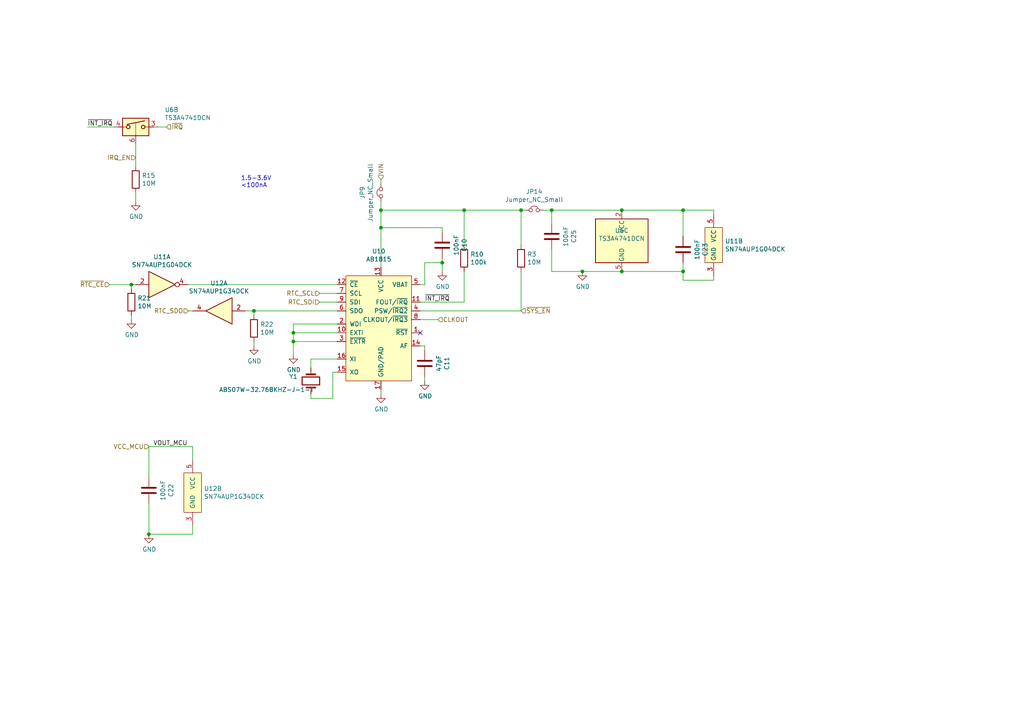
<source format=kicad_sch>
(kicad_sch (version 20211123) (generator eeschema)
  (paper "A4")
  (title_block (title "Real time clock and power management") (date "2021-11-21") (rev "4.0") (company "TU Delft"))
  (lib_symbols
    (symbol "Device:C" (pin_numbers hide) (pin_names (offset 0.254))
      (property "Reference" "C" (at 0.635 2.54 0))
      (property "Value" "C" (at 0.635 -2.54 0))
      (symbol "C_0_1"
        (polyline (pts (xy -2.032 -0.762) (xy 2.032 -0.762)) (stroke (width 0.508)))
        (polyline (pts (xy -2.032 0.762) (xy 2.032 0.762)) (stroke (width 0.508)))
      )
      (symbol "C_1_1"
        (pin passive line (at 0 3.81 270) (length 2.794) (name "~") (number "1"))
        (pin passive line (at 0 -3.81 90) (length 2.794) (name "~") (number "2"))
      )
    )
    (symbol "Device:Jumper_NC_Small" (pin_numbers hide) (pin_names (offset 0.762) hide)
      (property "Reference" "JP" (at 0 2.032 0))
      (property "Value" "Device_Jumper_NC_Small" (at 0.254 -1.524 0))
      (symbol "Jumper_NC_Small_0_1"
        (circle (center -1.016 0) (radius 0.508))
        (circle (center 1.016 0) (radius 0.508))
        (arc (start 1.016 0.762) (mid 0 1.1828) (end -1.016 0.762))
        (pin passive line (at -2.54 0 0) (length 1.016) (name "1") (number "1"))
        (pin passive line (at 2.54 0 180) (length 1.016) (name "2") (number "2"))
      )
    )
    (symbol "Device:R" (pin_numbers hide) (pin_names (offset 0))
      (property "Reference" "R" (at 2.032 0 90))
      (property "Value" "R" (at 0 0 90))
      (symbol "R_0_1"
        (rectangle (start -1.016 -2.54) (end 1.016 2.54) (stroke (width 0.254)))
      )
      (symbol "R_1_1"
        (pin passive line (at 0 3.81 270) (length 1.27) (name "~") (number "1"))
        (pin passive line (at 0 -3.81 90) (length 1.27) (name "~") (number "2"))
      )
    )
    (symbol "jaspers_lib:AB1815" (pin_names (offset 1.016))
      (property "Reference" "U" (at 5.08 16.51 0))
      (property "Value" "AB1815" (at -10.16 16.51 0))
      (symbol "AB1815_0_1"
        (rectangle (start -10.16 13.97) (end 8.89 -16.51) (fill (type background)))
      )
      (symbol "AB1815_1_1"
        (pin output line (at 11.43 -2.54 180) (length 2.54) (name "~{RST}") (number "1"))
        (pin input line (at -12.7 -2.54 0) (length 2.54) (name "EXTI") (number "10"))
        (pin output line (at 11.43 6.35 180) (length 2.54) (name "FOUT/~{IRQ}") (number "11"))
        (pin input line (at -12.7 11.43 0) (length 2.54) (name "~{CE}") (number "12"))
        (pin power_in line (at 0 16.51 270) (length 2.54) (name "VCC") (number "13"))
        (pin output line (at 11.43 -6.35 180) (length 2.54) (name "AF") (number "14"))
        (pin input line (at -12.7 -13.97 0) (length 2.54) (name "XO") (number "15"))
        (pin input line (at -12.7 -10.16 0) (length 2.54) (name "XI") (number "16"))
        (pin power_in line (at 0 -19.05 90) (length 2.54) (name "GND/PAD") (number "17"))
        (pin input line (at -12.7 0 0) (length 2.54) (name "WDI") (number "2"))
        (pin input line (at -12.7 -5.08 0) (length 2.54) (name "~{EXTR}") (number "3"))
        (pin output line (at 11.43 3.81 180) (length 2.54) (name "PSW/~{IRQ2}") (number "4"))
        (pin input line (at 11.43 11.43 180) (length 2.54) (name "VBAT") (number "5"))
        (pin input line (at -12.7 3.81 0) (length 2.54) (name "SDO") (number "6"))
        (pin input line (at -12.7 8.89 0) (length 2.54) (name "SCL") (number "7"))
        (pin output line (at 11.43 1.27 180) (length 2.54) (name "CLKOUT/~{IRQ3}") (number "8"))
        (pin input line (at -12.7 6.35 0) (length 2.54) (name "SDI") (number "9"))
      )
    )
    (symbol "jaspers_lib:ABS07-120-32.768kHz" (pin_numbers hide) (pin_names (offset 1.016) hide)
      (property "Reference" "Y" (at 0 3.81 0))
      (property "Value" "ABS07-120-32.768kHz" (at 0 -3.81 0))
      (symbol "ABS07-120-32.768kHz_0_1"
        (rectangle (start -1.143 2.54) (end 1.143 -2.54) (stroke (width 0.3048)))
        (polyline (pts (xy -2.54 0) (xy -1.905 0)))
        (polyline (pts (xy -1.905 -1.27) (xy -1.905 1.27)) (stroke (width 0.508)))
        (polyline (pts (xy 1.905 -1.27) (xy 1.905 1.27)) (stroke (width 0.508)))
        (polyline (pts (xy 2.54 0) (xy 1.905 0)))
      )
      (symbol "ABS07-120-32.768kHz_1_1"
        (pin passive line (at -3.81 0 0) (length 1.27) (name "1") (number "1"))
        (pin passive line (at 3.81 0 180) (length 1.27) (name "2") (number "2"))
      )
    )
    (symbol "jaspers_lib:SN74AUP1G04DCK"
      (property "Reference" "U" (at -5.08 6.35 0))
      (property "Value" "SN74AUP1G04DCK" (at 1.27 -5.08 0))
      (symbol "SN74AUP1G04DCK_1_0"
        (polyline (pts (xy -3.81 3.81) (xy -3.81 -3.81) (xy 3.81 0) (xy -3.81 3.81)) (stroke (width 0.254)) (fill (type background)))
        (pin input line (at -7.62 0 0) (length 3.81) (name "~") (number "2"))
        (pin output inverted (at 7.62 0 180) (length 3.81) (name "~") (number "4"))
      )
      (symbol "SN74AUP1G04DCK_2_0"
        (pin power_in line (at 0 -7.62 90) (length 3.81) (name "GND") (number "3"))
        (pin power_in line (at 0 10.16 270) (length 3.81) (name "VCC") (number "5"))
      )
      (symbol "SN74AUP1G04DCK_2_1"
        (rectangle (start -2.54 6.35) (end 2.54 -3.81) (fill (type background)))
      )
    )
    (symbol "jaspers_lib:SN74AUP1G34DCK" (pin_names (offset 1.016))
      (property "Reference" "U" (at -6.35 7.62 0))
      (property "Value" "SN74AUP1G34DCK" (at 11.43 -7.62 0))
      (symbol "SN74AUP1G34DCK_1_0"
        (polyline (pts (xy -3.81 3.81) (xy -3.81 -3.81) (xy 3.81 0) (xy -3.81 3.81)) (stroke (width 0.254)) (fill (type background)))
        (pin input line (at -7.62 0 0) (length 3.81) (name "~") (number "2"))
        (pin output line (at 7.62 0 180) (length 3.81) (name "~") (number "4"))
      )
      (symbol "SN74AUP1G34DCK_2_0"
        (pin power_in line (at 0 -10.16 90) (length 3.81) (name "GND") (number "3"))
        (pin power_in line (at 0 8.89 270) (length 3.81) (name "VCC") (number "5"))
      )
      (symbol "SN74AUP1G34DCK_2_1"
        (rectangle (start -2.54 5.08) (end 2.54 -6.35) (fill (type background)))
      )
    )
    (symbol "jaspers_lib:TS3A4741DCN" (pin_names (offset 0.254))
      (property "Reference" "U" (at -6.985 12.065 0))
      (property "Value" "TS3A4741DCN" (at -6.35 3.81 0))
      (symbol "TS3A4741DCN_1_1"
        (rectangle (start -3.81 2.54) (end 3.81 -2.54) (stroke (width 0.254)) (fill (type background)))
        (circle (center -2.159 0) (radius 0.508) (stroke (width 0.254)))
        (polyline (pts (xy -5.08 0) (xy -2.794 0)))
        (polyline (pts (xy -2.54 0.762) (xy 2.54 1.778)) (stroke (width 0.254)))
        (polyline (pts (xy 0 -2.54) (xy 0 -2.032)))
        (polyline (pts (xy 0 -1.778) (xy 0 -1.524)))
        (polyline (pts (xy 0 -1.27) (xy 0 -1.016)))
        (polyline (pts (xy 0 -0.762) (xy 0 -0.508)))
        (polyline (pts (xy 0 -0.254) (xy 0 0)))
        (polyline (pts (xy 0 0.254) (xy 0 0.508)))
        (polyline (pts (xy 0 0.762) (xy 0 1.016)))
        (polyline (pts (xy 5.08 0) (xy 2.794 0)))
        (circle (center 2.159 0) (radius 0.508) (stroke (width 0.254)))
        (pin input line (at 0 -5.08 90) (length 2.54) (name "~") (number "1"))
        (pin passive line (at -6.35 0 0) (length 2.54) (name "~") (number "7"))
        (pin passive line (at 6.35 0 180) (length 2.54) (name "~") (number "8"))
      )
      (symbol "TS3A4741DCN_2_1"
        (rectangle (start -3.81 2.54) (end 3.81 -2.54) (stroke (width 0.254)) (fill (type background)))
        (circle (center -2.159 0) (radius 0.508) (stroke (width 0.254)))
        (polyline (pts (xy -5.08 0) (xy -2.794 0)))
        (polyline (pts (xy -2.54 0.762) (xy 2.54 1.778)) (stroke (width 0.254)))
        (polyline (pts (xy 0 -2.54) (xy 0 -2.032)))
        (polyline (pts (xy 0 -1.778) (xy 0 -1.524)))
        (polyline (pts (xy 0 -1.27) (xy 0 -1.016)))
        (polyline (pts (xy 0 -0.762) (xy 0 -0.508)))
        (polyline (pts (xy 0 -0.254) (xy 0 0)))
        (polyline (pts (xy 0 0.254) (xy 0 0.508)))
        (polyline (pts (xy 0 0.762) (xy 0 1.016)))
        (polyline (pts (xy 5.08 0) (xy 2.794 0)))
        (circle (center 2.159 0) (radius 0.508) (stroke (width 0.254)))
        (pin passive line (at 6.35 0 180) (length 2.54) (name "~") (number "3"))
        (pin passive line (at -6.35 0 0) (length 2.54) (name "~") (number "4"))
        (pin input line (at 0 -5.08 90) (length 2.54) (name "~") (number "6"))
      )
      (symbol "TS3A4741DCN_3_1"
        (rectangle (start -7.62 10.16) (end 7.62 -2.54) (stroke (width 0.254)) (fill (type background)))
        (pin power_in line (at 0 12.7 270) (length 2.54) (name "VCC") (number "2"))
        (pin power_in line (at 0 -5.08 90) (length 2.54) (name "GND") (number "5"))
      )
    )
    (symbol "power:GND" (power) (pin_names (offset 0))
      (property "Value" "GND" (at 0 -3.81 0))
      (symbol "GND_0_1"
        (polyline (pts (xy 0 0) (xy 0 -1.27) (xy 1.27 -1.27) (xy 0 -2.54) (xy -1.27 -1.27) (xy 0 -1.27)))
      )
      (symbol "GND_1_1"
        (pin power_in line (at 0 0 270) (length 0) hide (name "GND") (number "1"))
      )
    )
  )
  (junction (at 134.62 60.96))
  (junction (at 198.12 78.74))
  (junction (at 128.27 76.2))
  (junction (at 85.09 96.52))
  (junction (at 43.18 154.94))
  (junction (at 38.1 82.55))
  (junction (at 110.49 66.04))
  (junction (at 168.91 78.74))
  (junction (at 85.09 99.06))
  (junction (at 73.66 90.17))
  (junction (at 110.49 60.96))
  (junction (at 180.34 60.96))
  (junction (at 160.02 60.96))
  (junction (at 151.13 60.96))
  (junction (at 180.34 78.74))
  (junction (at 198.12 60.96))
  (no_connect (at 121.92 96.52))
  (wire (pts (xy 152.4 60.96) (xy 151.13 60.96)))
  (wire (pts (xy 110.49 58.42) (xy 110.49 60.96)))
  (wire (pts (xy 43.18 146.05) (xy 43.18 154.94)))
  (wire (pts (xy 54.61 82.55) (xy 97.79 82.55)))
  (wire (pts (xy 96.52 115.57) (xy 90.17 115.57)))
  (wire (pts (xy 43.18 154.94) (xy 55.88 154.94)))
  (wire (pts (xy 97.79 87.63) (xy 92.71 87.63)))
  (wire (pts (xy 90.17 106.68) (xy 90.17 104.14)))
  (wire (pts (xy 43.18 129.54) (xy 55.88 129.54)))
  (wire (pts (xy 198.12 68.58) (xy 198.12 60.96)))
  (wire (pts (xy 90.17 115.57) (xy 90.17 114.3)))
  (wire (pts (xy 134.62 71.12) (xy 134.62 60.96)))
  (wire (pts (xy 39.37 41.91) (xy 39.37 48.26)))
  (wire (pts (xy 97.79 107.95) (xy 96.52 107.95)))
  (wire (pts (xy 123.19 76.2) (xy 123.19 82.55)))
  (wire (pts (xy 85.09 99.06) (xy 85.09 102.87)))
  (wire (pts (xy 121.92 90.17) (xy 151.13 90.17)))
  (wire (pts (xy 128.27 78.74) (xy 128.27 76.2)))
  (wire (pts (xy 134.62 78.74) (xy 134.62 87.63)))
  (wire (pts (xy 85.09 93.98) (xy 85.09 96.52)))
  (wire (pts (xy 55.88 90.17) (xy 54.61 90.17)))
  (wire (pts (xy 207.01 81.28) (xy 198.12 81.28)))
  (wire (pts (xy 123.19 100.33) (xy 123.19 101.6)))
  (wire (pts (xy 90.17 104.14) (xy 97.79 104.14)))
  (wire (pts (xy 33.02 36.83) (xy 25.4 36.83)))
  (wire (pts (xy 110.49 66.04) (xy 110.49 60.96)))
  (wire (pts (xy 121.92 87.63) (xy 134.62 87.63)))
  (wire (pts (xy 96.52 107.95) (xy 96.52 115.57)))
  (wire (pts (xy 97.79 93.98) (xy 85.09 93.98)))
  (wire (pts (xy 198.12 60.96) (xy 207.01 60.96)))
  (wire (pts (xy 168.91 78.74) (xy 160.02 78.74)))
  (wire (pts (xy 38.1 82.55) (xy 39.37 82.55)))
  (wire (pts (xy 180.34 78.74) (xy 168.91 78.74)))
  (wire (pts (xy 38.1 91.44) (xy 38.1 92.71)))
  (wire (pts (xy 123.19 109.22) (xy 123.19 110.49)))
  (wire (pts (xy 121.92 92.71) (xy 127 92.71)))
  (wire (pts (xy 110.49 52.07) (xy 110.49 53.34)))
  (wire (pts (xy 160.02 60.96) (xy 160.02 64.77)))
  (wire (pts (xy 110.49 66.04) (xy 128.27 66.04)))
  (wire (pts (xy 97.79 96.52) (xy 85.09 96.52)))
  (wire (pts (xy 121.92 100.33) (xy 123.19 100.33)))
  (wire (pts (xy 180.34 60.96) (xy 160.02 60.96)))
  (wire (pts (xy 151.13 78.74) (xy 151.13 90.17)))
  (wire (pts (xy 207.01 80.01) (xy 207.01 81.28)))
  (wire (pts (xy 97.79 85.09) (xy 92.71 85.09)))
  (wire (pts (xy 151.13 60.96) (xy 151.13 71.12)))
  (wire (pts (xy 71.12 90.17) (xy 73.66 90.17)))
  (wire (pts (xy 198.12 78.74) (xy 198.12 76.2)))
  (wire (pts (xy 110.49 60.96) (xy 134.62 60.96)))
  (wire (pts (xy 73.66 99.06) (xy 73.66 100.33)))
  (wire (pts (xy 160.02 78.74) (xy 160.02 72.39)))
  (wire (pts (xy 55.88 129.54) (xy 55.88 133.35)))
  (wire (pts (xy 134.62 60.96) (xy 151.13 60.96)))
  (wire (pts (xy 97.79 90.17) (xy 73.66 90.17)))
  (wire (pts (xy 110.49 66.04) (xy 110.49 77.47)))
  (wire (pts (xy 73.66 90.17) (xy 73.66 91.44)))
  (wire (pts (xy 180.34 78.74) (xy 198.12 78.74)))
  (wire (pts (xy 39.37 55.88) (xy 39.37 58.42)))
  (wire (pts (xy 128.27 76.2) (xy 123.19 76.2)))
  (wire (pts (xy 207.01 60.96) (xy 207.01 62.23)))
  (wire (pts (xy 45.72 36.83) (xy 48.26 36.83)))
  (wire (pts (xy 55.88 154.94) (xy 55.88 152.4)))
  (wire (pts (xy 128.27 67.31) (xy 128.27 66.04)))
  (wire (pts (xy 198.12 81.28) (xy 198.12 78.74)))
  (wire (pts (xy 128.27 76.2) (xy 128.27 74.93)))
  (wire (pts (xy 123.19 82.55) (xy 121.92 82.55)))
  (wire (pts (xy 97.79 99.06) (xy 85.09 99.06)))
  (wire (pts (xy 157.48 60.96) (xy 160.02 60.96)))
  (wire (pts (xy 85.09 96.52) (xy 85.09 99.06)))
  (wire (pts (xy 180.34 60.96) (xy 198.12 60.96)))
  (wire (pts (xy 110.49 114.3) (xy 110.49 113.03)))
  (wire (pts (xy 43.18 138.43) (xy 43.18 129.54)))
  (wire (pts (xy 38.1 83.82) (xy 38.1 82.55)))
  (wire (pts (xy 38.1 82.55) (xy 31.75 82.55)))
  (text "1.5-3.6V\n<100nA" (at 69.85 54.61 0) (effects (font (size 1.27 1.27)) (justify left bottom)))
  (label "~{INT_IRQ}" (at 123.19 87.63 0))
  (label "~{INT_IRQ}" (at 25.4 36.83 0))
  (label "VOUT_MCU" (at 44.45 129.54 0))
  (hierarchical_label "RTC_SDI" (shape input) (at 92.71 87.63 180))
  (hierarchical_label "~{RTC_CE}" (shape input) (at 31.75 82.55 180))
  (hierarchical_label "RTC_SCL" (shape input) (at 92.71 85.09 180))
  (hierarchical_label "RTC_SDO" (shape input) (at 54.61 90.17 180))
  (hierarchical_label "CLKOUT" (shape input) (at 127 92.71 0))
  (hierarchical_label "~{IRQ}" (shape input) (at 48.26 36.83 0))
  (hierarchical_label "IRQ_EN" (shape input) (at 39.37 45.72 180))
  (hierarchical_label "VCC_MCU" (shape input) (at 43.18 129.54 180))
  (hierarchical_label "~{SYS_EN}" (shape input) (at 151.13 90.17 0))
  (hierarchical_label "VIN" (shape input) (at 110.49 52.07 90))
  (symbol (lib_id "Device:C") (at 123.19 105.41 0) (unit 1)
    (property "Reference" "C11" (at 129.5908 105.41 90))
    (property "Value" "47pF" (at 127.2794 105.41 90))
    (property "Footprint" "Capacitor_SMD:C_0402_1005Metric" (effects hide))
    (property "MPN" "GJM1555C1H470FB01D" (effects hide))
  )
  (symbol (lib_id "power:GND") (at 123.19 110.49 0) (unit 1)
    (property "Reference" "#PWR026" (effects hide))
    (property "Value" "GND" (at 123.317 114.8842 0))
  )
  (symbol (lib_id "jaspers_lib:ABS07-120-32.768kHz") (at 90.17 110.49 90) (unit 1)
    (property "Reference" "Y1" (at 83.82 109.22 90) (effects (justify right)))
    (property "Value" "ABS07W-32.768KHZ-J-1-T" (at 63.5 113.03 90) (effects (justify right)))
    (property "Footprint" "Crystal:Crystal_SMD_3215-2Pin_3.2x1.5mm" (effects hide))
    (property "Datasheet" "https://abracon.com/Resonators/ABS07W.pdf" (effects hide))
    (property "MPN" "ABS07W-32.768KHZ-J-1-T" (effects hide))
  )
  (symbol (lib_id "Device:R") (at 134.62 74.93 0) (unit 1)
    (property "Reference" "R10" (at 136.398 73.7616 0) (effects (justify left)))
    (property "Value" "100k" (at 136.398 76.073 0) (effects (justify left)))
    (property "Footprint" "Resistor_SMD:R_0402_1005Metric" (effects hide))
    (property "MPN" "RC0402FR-07100KL" (effects hide))
  )
  (symbol (lib_id "power:GND") (at 85.09 102.87 0) (unit 1)
    (property "Reference" "#PWR023" (effects hide))
    (property "Value" "GND" (at 85.217 107.2642 0))
  )
  (symbol (lib_id "power:GND") (at 110.49 114.3 0) (unit 1)
    (property "Reference" "#PWR025" (effects hide))
    (property "Value" "GND" (at 110.617 118.6942 0))
  )
  (symbol (lib_id "Device:R") (at 39.37 52.07 0) (unit 1)
    (property "Reference" "R15" (at 41.148 50.9016 0) (effects (justify left)))
    (property "Value" "10M" (at 41.148 53.213 0) (effects (justify left)))
    (property "Footprint" "Resistor_SMD:R_0402_1005Metric" (effects hide))
    (property "MPN" "RC0402FR-0710ML" (effects hide))
  )
  (symbol (lib_id "power:GND") (at 39.37 58.42 0) (unit 1)
    (property "Reference" "#PWR0102" (effects hide))
    (property "Value" "GND" (at 39.497 62.8142 0))
  )
  (symbol (lib_id "Device:R") (at 151.13 74.93 0) (unit 1)
    (property "Reference" "R3" (at 152.908 73.7616 0) (effects (justify left)))
    (property "Value" "10M" (at 152.908 76.073 0) (effects (justify left)))
    (property "Footprint" "Resistor_SMD:R_0402_1005Metric" (effects hide))
    (property "MPN" "RC0402FR-0710ML" (effects hide))
  )
  (symbol (lib_id "Device:Jumper_NC_Small") (at 110.49 55.88 90) (unit 1)
    (property "Reference" "JP9" (at 105.1052 55.88 0))
    (property "Value" "Jumper_NC_Small" (at 107.4166 55.88 0))
    (property "Footprint" "jaspers_footprints:SolderJumper-small-nc" (effects hide))
    (property "MPN" "-" (effects hide))
  )
  (symbol (lib_id "power:GND") (at 128.27 78.74 0) (unit 1)
    (property "Reference" "#PWR0101" (effects hide))
    (property "Value" "GND" (at 128.397 83.1342 0))
  )
  (symbol (lib_id "Device:C") (at 128.27 71.12 0) (unit 1)
    (property "Reference" "C10" (at 134.6708 71.12 90))
    (property "Value" "100nF" (at 132.3594 71.12 90))
    (property "Footprint" "Capacitor_SMD:C_0402_1005Metric" (effects hide))
    (property "MPN" "GRM155R71C104KA88J" (effects hide))
  )
  (symbol (lib_id "jaspers_lib:AB1815") (at 110.49 93.98 0) (unit 1)
    (property "Reference" "U10" (at 109.855 72.8726 0))
    (property "Value" "AB1815" (at 109.855 75.184 0))
    (property "Footprint" "Package_DFN_QFN:QFN-16-1EP_3x3mm_P0.5mm_EP1.75x1.75mm_ThermalVias" (effects hide))
    (property "Datasheet" "https://abracon.com/Precisiontiming/AB18X5-RTC.pdf" (effects hide))
    (property "MPN" "AM1815" (effects hide))
  )
  (symbol (lib_id "Device:C") (at 160.02 68.58 0) (unit 1)
    (property "Reference" "C25" (at 166.4208 68.58 90))
    (property "Value" "100nF" (at 164.1094 68.58 90))
    (property "Footprint" "Capacitor_SMD:C_0402_1005Metric" (effects hide))
    (property "MPN" "GRM155R71C104KA88J" (effects hide))
  )
  (symbol (lib_id "jaspers_lib:TS3A4741DCN") (at 180.34 73.66 0) (unit 3)
    (property "Reference" "U6" (at 180.34 66.8782 0))
    (property "Value" "TS3A4741DCN" (at 180.34 69.1896 0))
    (property "Footprint" "Package_TO_SOT_SMD:SOT-23-8" (effects hide))
    (property "Datasheet" "http://www.ti.com/lit/ds/symlink/ts3a4741.pdf" (effects hide))
    (property "MPN" "TS3A4741DCN" (effects hide))
  )
  (symbol (lib_id "jaspers_lib:TS3A4741DCN") (at 39.37 36.83 0) (unit 2)
    (property "Reference" "U6" (at 47.752 31.8516 0) (effects (justify left)))
    (property "Value" "TS3A4741DCN" (at 47.752 34.163 0) (effects (justify left)))
    (property "Footprint" "Package_TO_SOT_SMD:SOT-23-8" (effects hide))
    (property "Datasheet" "http://www.ti.com/lit/ds/symlink/ts3a4741.pdf" (effects hide))
    (property "MPN" "TS3A4741DCN" (effects hide))
  )
  (symbol (lib_id "power:GND") (at 168.91 78.74 0) (unit 1)
    (property "Reference" "#PWR0105" (effects hide))
    (property "Value" "GND" (at 169.037 83.1342 0))
  )
  (symbol (lib_id "Device:Jumper_NC_Small") (at 154.94 60.96 0) (unit 1)
    (property "Reference" "JP14" (at 154.94 55.5752 0))
    (property "Value" "Jumper_NC_Small" (at 154.94 57.8866 0))
    (property "Footprint" "jaspers_footprints:SolderJumper-small-nc" (effects hide))
    (property "MPN" "-" (effects hide))
  )
  (symbol (lib_id "jaspers_lib:SN74AUP1G04DCK") (at 46.99 82.55 0) (unit 1)
    (property "Reference" "U11" (at 46.99 74.4982 0))
    (property "Value" "SN74AUP1G04DCK" (at 46.99 76.8096 0))
    (property "Footprint" "jaspers_footprints:Texas_R-PDSO-G5" (effects hide))
    (property "Datasheet" "https://www.ti.com/lit/ds/symlink/sn74aup1g04.pdf" (effects hide))
    (property "MPN" "SN74AUP1G04DCK" (effects hide))
  )
  (symbol (lib_id "jaspers_lib:SN74AUP1G04DCK") (at 207.01 72.39 0) (unit 2)
    (property "Reference" "U11" (at 210.2612 69.9516 0) (effects (justify left)))
    (property "Value" "SN74AUP1G04DCK" (at 210.2612 72.263 0) (effects (justify left)))
    (property "Footprint" "jaspers_footprints:Texas_R-PDSO-G5" (effects hide))
    (property "Datasheet" "https://www.ti.com/lit/ds/symlink/sn74aup1g04.pdf" (effects hide))
    (property "MPN" "SN74AUP1G04DCK" (effects hide))
  )
  (symbol (lib_id "Device:R") (at 38.1 87.63 0) (unit 1)
    (property "Reference" "R21" (at 39.878 86.4616 0) (effects (justify left)))
    (property "Value" "10M" (at 39.878 88.773 0) (effects (justify left)))
    (property "Footprint" "Resistor_SMD:R_0402_1005Metric" (effects hide))
    (property "MPN" "RC0402FR-0710ML" (effects hide))
  )
  (symbol (lib_id "power:GND") (at 38.1 92.71 0) (unit 1)
    (property "Reference" "#PWR0116" (effects hide))
    (property "Value" "GND" (at 38.227 97.1042 0))
  )
  (symbol (lib_id "Device:C") (at 198.12 72.39 0) (unit 1)
    (property "Reference" "C23" (at 204.5208 72.39 90))
    (property "Value" "100nF" (at 202.2094 72.39 90))
    (property "Footprint" "Capacitor_SMD:C_0402_1005Metric" (effects hide))
    (property "MPN" "GRM155R71C104KA88J" (effects hide))
  )
  (symbol (lib_id "jaspers_lib:SN74AUP1G34DCK") (at 63.5 90.17 180) (unit 1)
    (property "Reference" "U12" (at 63.5 82.1182 0))
    (property "Value" "SN74AUP1G34DCK" (at 63.5 84.4296 0))
    (property "Footprint" "jaspers_footprints:Texas_R-PDSO-G5" (effects hide))
    (property "Datasheet" "https://www.ti.com/lit/ds/symlink/sn74aup1g34.pdf" (effects hide))
    (property "MPN" "SN74AUP1G34DCK" (effects hide))
  )
  (symbol (lib_id "jaspers_lib:SN74AUP1G34DCK") (at 55.88 142.24 0) (unit 2)
    (property "Reference" "U12" (at 59.1312 141.7066 0) (effects (justify left)))
    (property "Value" "SN74AUP1G34DCK" (at 59.1312 144.018 0) (effects (justify left)))
    (property "Footprint" "jaspers_footprints:Texas_R-PDSO-G5" (effects hide))
    (property "Datasheet" "https://www.ti.com/lit/ds/symlink/sn74aup1g34.pdf" (effects hide))
    (property "MPN" "SN74AUP1G34DCK" (effects hide))
  )
  (symbol (lib_id "Device:C") (at 43.18 142.24 0) (unit 1)
    (property "Reference" "C22" (at 49.5808 142.24 90))
    (property "Value" "100nF" (at 47.2694 142.24 90))
    (property "Footprint" "Capacitor_SMD:C_0402_1005Metric" (effects hide))
    (property "MPN" "GRM155R71C104KA88J" (effects hide))
  )
  (symbol (lib_id "Device:R") (at 73.66 95.25 0) (unit 1)
    (property "Reference" "R22" (at 75.438 94.0816 0) (effects (justify left)))
    (property "Value" "10M" (at 75.438 96.393 0) (effects (justify left)))
    (property "Footprint" "Resistor_SMD:R_0402_1005Metric" (effects hide))
    (property "MPN" "RC0402FR-0710ML" (effects hide))
  )
  (symbol (lib_id "power:GND") (at 73.66 100.33 0) (unit 1)
    (property "Reference" "#PWR0117" (effects hide))
    (property "Value" "GND" (at 73.787 104.7242 0))
  )
  (symbol (lib_id "power:GND") (at 43.18 154.94 0) (unit 1)
    (property "Reference" "#PWR0118" (effects hide))
    (property "Value" "GND" (at 43.307 159.3342 0))
  )
)
</source>
